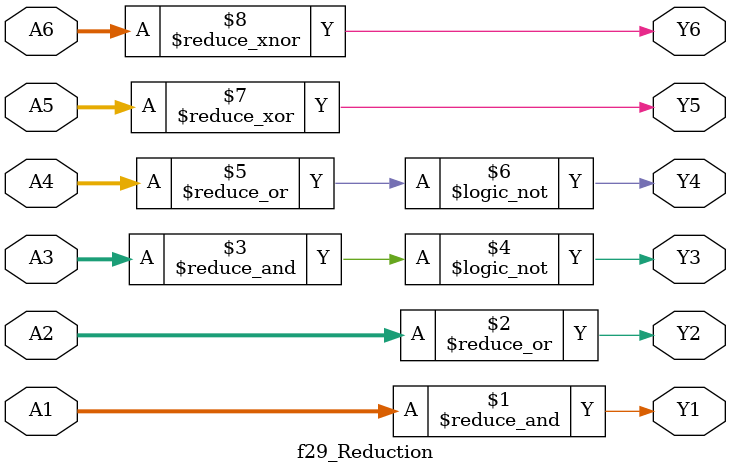
<source format=v>
module f29_Reduction (A1, A2, A3, A4, A5, A6, Y1, Y2, Y3, Y4, Y5, Y6);
input [1:0] A1; 
input [1:0] A2; 
input [1:0] A3; 
input [1:0] A4; 
input [1:0] A5; 
input [1:0] A6; 
output Y1, Y2, Y3, Y4, Y5, Y6; 
assign Y1=&A1; 
assign Y2=|A2; 
assign Y3=~&A3; 
assign Y4=~|A4; 
assign Y5=^A5; 
assign Y6=~^A6; 
endmodule
</source>
